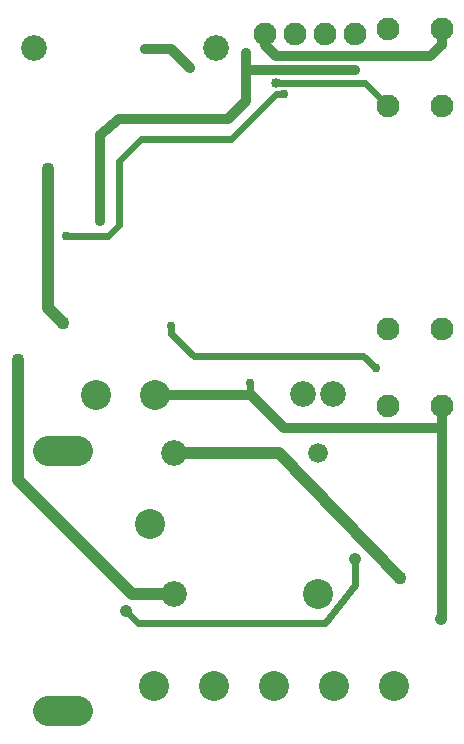
<source format=gbr>
G04 EAGLE Gerber X2 export*
G75*
%MOIN*%
%FSLAX25Y25*%
%LPD*%
%AMOC8*
5,1,8,0,0,1.08239X$1,22.5*%
G01*
%ADD10C,0.100000*%
%ADD11C,0.076000*%
%ADD12C,0.086000*%
%ADD13C,0.100000*%
%ADD14C,0.066000*%
%ADD15C,0.041339*%
%ADD16C,0.024000*%
%ADD17C,0.032000*%
%ADD18C,0.029780*%
%ADD19C,0.033465*%
%ADD20C,0.043307*%
%ADD21C,0.040000*%


D10*
X26250Y10450D02*
X16250Y10450D01*
X16250Y97050D02*
X26250Y97050D01*
D11*
X118750Y236250D03*
X108750Y236250D03*
X98750Y236250D03*
X88750Y236250D03*
D12*
X101250Y116250D03*
X111250Y116250D03*
X58386Y49390D03*
D13*
X50512Y73012D03*
D12*
X58386Y96634D03*
D13*
X106417Y49390D03*
D14*
X106417Y96634D03*
D11*
X129850Y212200D03*
X147650Y212200D03*
X129850Y237800D03*
X147650Y237800D03*
X129850Y112200D03*
X147650Y112200D03*
X129850Y137800D03*
X147650Y137800D03*
D13*
X51949Y115876D03*
X32264Y115876D03*
D12*
X11791Y231624D03*
X72421Y231624D03*
D13*
X51875Y18750D03*
X71875Y18750D03*
X91875Y18750D03*
X111875Y18750D03*
X131875Y18750D03*
D15*
X118750Y61250D03*
D16*
X118750Y52500D01*
X108750Y40000D01*
X46250Y40000D01*
X42500Y43750D01*
D15*
X42500Y43750D03*
D17*
X147650Y105000D02*
X147650Y112200D01*
X147650Y105000D02*
X147650Y42650D01*
X147500Y41250D01*
D15*
X147500Y41250D03*
D18*
X83750Y120000D03*
D17*
X83750Y115876D02*
X51949Y115876D01*
D16*
X83750Y115876D02*
X84124Y115876D01*
D17*
X95000Y105000D02*
X147650Y105000D01*
X95000Y105000D02*
X84124Y115876D01*
X147650Y232650D02*
X147650Y237800D01*
X143750Y228750D02*
X92500Y228750D01*
X88750Y232500D01*
X88750Y236250D01*
X143750Y228750D02*
X147650Y232650D01*
D19*
X63750Y225000D03*
D17*
X57500Y231250D01*
X48750Y231250D01*
D19*
X48750Y231250D03*
D16*
X83750Y120000D02*
X83750Y115876D01*
D20*
X133750Y55000D03*
D21*
X93366Y96634D01*
X58386Y96634D01*
D20*
X16250Y191250D03*
D21*
X16250Y145000D01*
X21250Y140000D01*
D20*
X21250Y140000D03*
D18*
X125625Y125000D03*
D16*
X121250Y128750D01*
X65000Y128750D02*
X57500Y136250D01*
X57500Y138750D01*
D18*
X57500Y138750D03*
D16*
X65000Y128750D02*
X121250Y128750D01*
D19*
X40000Y207812D03*
D17*
X76250Y207812D01*
X82500Y213750D01*
D19*
X82500Y230000D03*
X33750Y173750D03*
D17*
X33750Y202500D01*
X40000Y207812D01*
X82500Y225000D02*
X82500Y230000D01*
X82500Y225000D02*
X82500Y213750D01*
D19*
X118750Y224252D03*
D17*
X83248Y224252D01*
X82500Y225000D01*
D19*
X92500Y220000D03*
D16*
X122050Y220000D01*
X129850Y212200D01*
D21*
X58386Y49390D02*
X44360Y49390D01*
X6250Y87500D01*
X6250Y127500D01*
D20*
X6250Y127500D03*
D18*
X95000Y216250D03*
X22500Y168750D03*
D16*
X92500Y216250D02*
X95000Y216250D01*
X92500Y216250D02*
X77500Y201250D01*
X47500Y201250D01*
X40000Y193750D01*
X40000Y172500D01*
X36250Y168750D01*
X22500Y168750D01*
M02*

</source>
